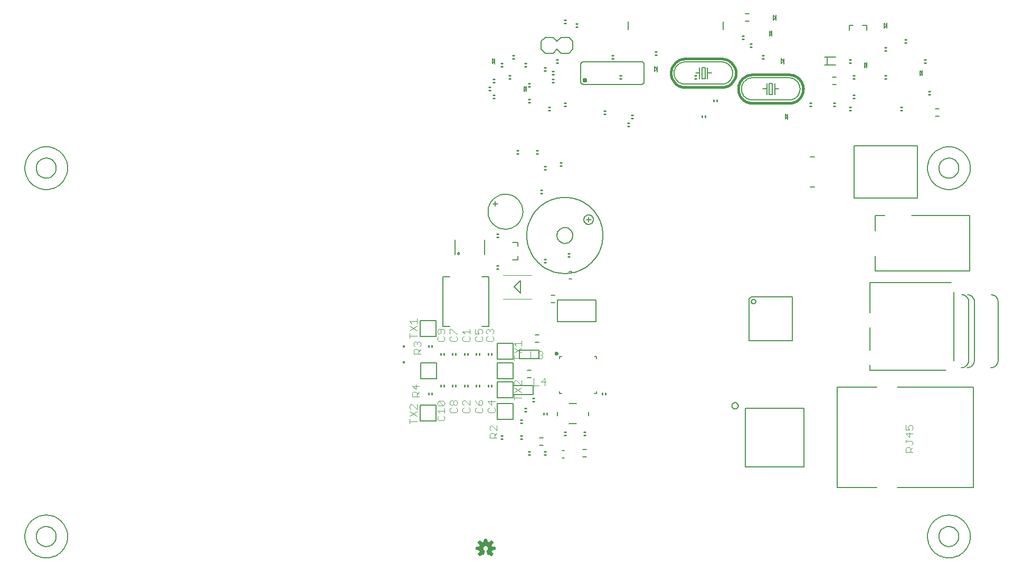
<source format=gto>
G75*
G70*
%OFA0B0*%
%FSLAX24Y24*%
%IPPOS*%
%LPD*%
%AMOC8*
5,1,8,0,0,1.08239X$1,22.5*
%
%ADD10C,0.0040*%
%ADD11C,0.0050*%
%ADD12C,0.0120*%
%ADD13C,0.0060*%
%ADD14C,0.0080*%
%ADD15C,0.0100*%
%ADD16R,0.0118X0.0118*%
%ADD17C,0.0160*%
%ADD18C,0.0070*%
%ADD19C,0.0150*%
%ADD20C,0.0059*%
D10*
X025352Y009280D02*
X025352Y009587D01*
X025352Y009740D02*
X025812Y010047D01*
X025812Y010201D02*
X025505Y010508D01*
X025428Y010508D01*
X025352Y010431D01*
X025352Y010278D01*
X025428Y010201D01*
X025352Y010047D02*
X025812Y009740D01*
X025812Y009433D02*
X025352Y009433D01*
X025812Y010201D02*
X025812Y010508D01*
X025819Y010978D02*
X025819Y011209D01*
X025742Y011285D01*
X025589Y011285D01*
X025512Y011209D01*
X025512Y010978D01*
X025973Y010978D01*
X025819Y011132D02*
X025973Y011285D01*
X025742Y011439D02*
X025742Y011746D01*
X025512Y011669D02*
X025973Y011669D01*
X025742Y011439D02*
X025512Y011669D01*
X027109Y010634D02*
X027186Y010711D01*
X027493Y010404D01*
X027570Y010481D01*
X027570Y010634D01*
X027493Y010711D01*
X027186Y010711D01*
X027109Y010634D02*
X027109Y010481D01*
X027186Y010404D01*
X027493Y010404D01*
X027570Y010250D02*
X027570Y009944D01*
X027570Y010097D02*
X027109Y010097D01*
X027263Y009944D01*
X027186Y009790D02*
X027109Y009713D01*
X027109Y009560D01*
X027186Y009483D01*
X027493Y009483D01*
X027570Y009560D01*
X027570Y009713D01*
X027493Y009790D01*
X027908Y010058D02*
X027908Y010212D01*
X027984Y010289D01*
X027984Y010442D02*
X028061Y010442D01*
X028138Y010519D01*
X028138Y010672D01*
X028214Y010749D01*
X028291Y010749D01*
X028368Y010672D01*
X028368Y010519D01*
X028291Y010442D01*
X028214Y010442D01*
X028138Y010519D01*
X028138Y010672D02*
X028061Y010749D01*
X027984Y010749D01*
X027908Y010672D01*
X027908Y010519D01*
X027984Y010442D01*
X028291Y010289D02*
X028368Y010212D01*
X028368Y010058D01*
X028291Y009982D01*
X027984Y009982D01*
X027908Y010058D01*
X028706Y010058D02*
X028706Y010212D01*
X028783Y010289D01*
X028783Y010442D02*
X028706Y010519D01*
X028706Y010672D01*
X028783Y010749D01*
X028859Y010749D01*
X029166Y010442D01*
X029166Y010749D01*
X029504Y010749D02*
X029581Y010595D01*
X029735Y010442D01*
X029735Y010672D01*
X029811Y010749D01*
X029888Y010749D01*
X029965Y010672D01*
X029965Y010519D01*
X029888Y010442D01*
X029735Y010442D01*
X029888Y010289D02*
X029965Y010212D01*
X029965Y010058D01*
X029888Y009982D01*
X029581Y009982D01*
X029504Y010058D01*
X029504Y010212D01*
X029581Y010289D01*
X029166Y010212D02*
X029166Y010058D01*
X029090Y009982D01*
X028783Y009982D01*
X028706Y010058D01*
X029090Y010289D02*
X029166Y010212D01*
X030303Y010212D02*
X030303Y010058D01*
X030380Y009982D01*
X030686Y009982D01*
X030763Y010058D01*
X030763Y010212D01*
X030686Y010289D01*
X030533Y010442D02*
X030533Y010749D01*
X030303Y010672D02*
X030533Y010442D01*
X030380Y010289D02*
X030303Y010212D01*
X030303Y010672D02*
X030763Y010672D01*
X031952Y010780D02*
X031952Y011087D01*
X031952Y011240D02*
X032412Y011547D01*
X032412Y011701D02*
X032105Y012008D01*
X032028Y012008D01*
X031952Y011931D01*
X031952Y011778D01*
X032028Y011701D01*
X031952Y011547D02*
X032412Y011240D01*
X032412Y010933D02*
X031952Y010933D01*
X032412Y011701D02*
X032412Y012008D01*
X033208Y012140D02*
X033208Y011680D01*
X033515Y011680D01*
X033668Y011910D02*
X033975Y011910D01*
X033899Y011680D02*
X033899Y012140D01*
X033668Y011910D01*
X033699Y013380D02*
X033545Y013380D01*
X033468Y013457D01*
X033315Y013380D02*
X033008Y013380D01*
X033008Y013840D01*
X033468Y013764D02*
X033545Y013840D01*
X033699Y013840D01*
X033775Y013764D01*
X033775Y013687D01*
X033699Y013610D01*
X033775Y013533D01*
X033775Y013457D01*
X033699Y013380D01*
X033699Y013610D02*
X033622Y013610D01*
X032412Y013740D02*
X031952Y014047D01*
X032105Y014201D02*
X031952Y014354D01*
X032412Y014354D01*
X032412Y014201D02*
X032412Y014508D01*
X032412Y014047D02*
X031952Y013740D01*
X031952Y013587D02*
X031952Y013280D01*
X031952Y013433D02*
X032412Y013433D01*
X030665Y014554D02*
X030665Y014707D01*
X030588Y014784D01*
X030588Y014937D02*
X030665Y015014D01*
X030665Y015167D01*
X030588Y015244D01*
X030511Y015244D01*
X030435Y015167D01*
X030435Y015091D01*
X030435Y015167D02*
X030358Y015244D01*
X030281Y015244D01*
X030204Y015167D01*
X030204Y015014D01*
X030281Y014937D01*
X030281Y014784D02*
X030204Y014707D01*
X030204Y014554D01*
X030281Y014477D01*
X030588Y014477D01*
X030665Y014554D01*
X029965Y014554D02*
X029965Y014707D01*
X029888Y014784D01*
X029888Y014937D02*
X029965Y015014D01*
X029965Y015167D01*
X029888Y015244D01*
X029735Y015244D01*
X029658Y015167D01*
X029658Y015091D01*
X029735Y014937D01*
X029504Y014937D01*
X029504Y015244D01*
X029165Y015244D02*
X029165Y014937D01*
X029165Y015091D02*
X028704Y015091D01*
X028858Y014937D01*
X028781Y014784D02*
X028704Y014707D01*
X028704Y014554D01*
X028781Y014477D01*
X029088Y014477D01*
X029165Y014554D01*
X029165Y014707D01*
X029088Y014784D01*
X029504Y014707D02*
X029504Y014554D01*
X029581Y014477D01*
X029888Y014477D01*
X029965Y014554D01*
X029581Y014784D02*
X029504Y014707D01*
X028368Y014707D02*
X028291Y014784D01*
X028368Y014707D02*
X028368Y014554D01*
X028291Y014477D01*
X027984Y014477D01*
X027908Y014554D01*
X027908Y014707D01*
X027984Y014784D01*
X027908Y014937D02*
X027908Y015244D01*
X027984Y015244D01*
X028291Y014937D01*
X028368Y014937D01*
X027570Y015014D02*
X027570Y015167D01*
X027493Y015244D01*
X027186Y015244D01*
X027109Y015167D01*
X027109Y015014D01*
X027186Y014937D01*
X027263Y014937D01*
X027339Y015014D01*
X027339Y015244D01*
X027570Y015014D02*
X027493Y014937D01*
X027493Y014784D02*
X027570Y014707D01*
X027570Y014554D01*
X027493Y014477D01*
X027186Y014477D01*
X027109Y014554D01*
X027109Y014707D01*
X027186Y014784D01*
X026071Y014372D02*
X026071Y014219D01*
X025994Y014142D01*
X026071Y013989D02*
X025918Y013835D01*
X025918Y013912D02*
X025918Y013682D01*
X026071Y013682D02*
X025611Y013682D01*
X025611Y013912D01*
X025687Y013989D01*
X025841Y013989D01*
X025918Y013912D01*
X025687Y014142D02*
X025611Y014219D01*
X025611Y014372D01*
X025687Y014449D01*
X025764Y014449D01*
X025841Y014372D01*
X025918Y014449D01*
X025994Y014449D01*
X026071Y014372D01*
X025841Y014372D02*
X025841Y014295D01*
X025352Y014680D02*
X025352Y014987D01*
X025352Y015140D02*
X025812Y015447D01*
X025812Y015601D02*
X025812Y015908D01*
X025812Y015754D02*
X025352Y015754D01*
X025505Y015601D01*
X025352Y015447D02*
X025812Y015140D01*
X025812Y014833D02*
X025352Y014833D01*
X031270Y017160D02*
X033050Y017160D01*
X033050Y018660D02*
X031270Y018660D01*
X030870Y009149D02*
X030870Y008842D01*
X030563Y009149D01*
X030486Y009149D01*
X030409Y009072D01*
X030409Y008919D01*
X030486Y008842D01*
X030486Y008689D02*
X030639Y008689D01*
X030716Y008612D01*
X030716Y008382D01*
X030716Y008535D02*
X030870Y008689D01*
X030870Y008382D02*
X030409Y008382D01*
X030409Y008612D01*
X030486Y008689D01*
X056680Y008639D02*
X056910Y008409D01*
X056910Y008716D01*
X056910Y008870D02*
X056833Y009023D01*
X056833Y009100D01*
X056910Y009177D01*
X057063Y009177D01*
X057140Y009100D01*
X057140Y008946D01*
X057063Y008870D01*
X056910Y008870D02*
X056680Y008870D01*
X056680Y009177D01*
X056680Y008639D02*
X057140Y008639D01*
X057063Y008179D02*
X056680Y008179D01*
X056680Y008102D02*
X056680Y008256D01*
X057063Y008179D02*
X057140Y008102D01*
X057140Y008026D01*
X057063Y007949D01*
X057140Y007795D02*
X056987Y007642D01*
X056987Y007719D02*
X056987Y007488D01*
X057140Y007488D02*
X056680Y007488D01*
X056680Y007719D01*
X056756Y007795D01*
X056910Y007795D01*
X056987Y007719D01*
D11*
X059220Y012660D02*
X054426Y012660D01*
X054426Y012984D01*
X054426Y013910D02*
X054426Y015359D01*
X054426Y016285D02*
X054426Y018172D01*
X059558Y018172D01*
X059741Y017586D02*
X059741Y013267D01*
X060197Y012818D02*
X060238Y012820D01*
X060279Y012825D01*
X060319Y012834D01*
X060358Y012846D01*
X060396Y012862D01*
X060433Y012881D01*
X060468Y012903D01*
X060500Y012928D01*
X060531Y012956D01*
X060559Y012987D01*
X060584Y013019D01*
X060606Y013054D01*
X060625Y013091D01*
X060641Y013129D01*
X060653Y013168D01*
X060662Y013208D01*
X060667Y013249D01*
X060669Y013290D01*
X060670Y013290D02*
X060670Y016912D01*
X061024Y016912D02*
X061026Y016953D01*
X061024Y016994D01*
X061018Y017035D01*
X061009Y017076D01*
X060997Y017115D01*
X060981Y017153D01*
X060962Y017190D01*
X060939Y017224D01*
X060914Y017257D01*
X060886Y017288D01*
X060855Y017315D01*
X060822Y017340D01*
X060787Y017362D01*
X060751Y017381D01*
X060712Y017397D01*
X060673Y017409D01*
X060632Y017418D01*
X060591Y017423D01*
X060236Y017423D02*
X060277Y017418D01*
X060318Y017409D01*
X060357Y017397D01*
X060396Y017381D01*
X060432Y017362D01*
X060467Y017340D01*
X060500Y017315D01*
X060531Y017288D01*
X060559Y017257D01*
X060584Y017224D01*
X060607Y017190D01*
X060626Y017153D01*
X060642Y017115D01*
X060654Y017076D01*
X060663Y017035D01*
X060669Y016994D01*
X060671Y016953D01*
X060669Y016912D01*
X061024Y016912D02*
X061024Y013290D01*
X061022Y013249D01*
X061017Y013208D01*
X061008Y013168D01*
X060996Y013129D01*
X060980Y013091D01*
X060961Y013054D01*
X060939Y013019D01*
X060914Y012987D01*
X060886Y012956D01*
X060855Y012928D01*
X060823Y012903D01*
X060788Y012881D01*
X060751Y012862D01*
X060713Y012846D01*
X060674Y012834D01*
X060634Y012825D01*
X060593Y012820D01*
X060552Y012818D01*
X062048Y012818D02*
X062089Y012820D01*
X062130Y012825D01*
X062170Y012834D01*
X062209Y012846D01*
X062247Y012862D01*
X062284Y012881D01*
X062319Y012903D01*
X062351Y012928D01*
X062382Y012956D01*
X062410Y012987D01*
X062435Y013019D01*
X062457Y013054D01*
X062476Y013091D01*
X062492Y013129D01*
X062504Y013168D01*
X062513Y013208D01*
X062518Y013249D01*
X062520Y013290D01*
X062520Y016912D01*
X062522Y016953D01*
X062520Y016994D01*
X062514Y017035D01*
X062505Y017076D01*
X062493Y017115D01*
X062477Y017153D01*
X062458Y017190D01*
X062435Y017224D01*
X062410Y017257D01*
X062382Y017288D01*
X062351Y017315D01*
X062318Y017340D01*
X062283Y017362D01*
X062247Y017381D01*
X062208Y017397D01*
X062169Y017409D01*
X062128Y017418D01*
X062087Y017423D01*
X060710Y018910D02*
X060710Y022410D01*
X057048Y022410D01*
X055373Y022410D02*
X054760Y022410D01*
X054760Y021460D01*
X054760Y019860D02*
X054760Y018910D01*
X060710Y018910D01*
X045710Y010410D02*
X045712Y010438D01*
X045718Y010465D01*
X045727Y010491D01*
X045740Y010516D01*
X045757Y010539D01*
X045776Y010559D01*
X045798Y010576D01*
X045822Y010590D01*
X045848Y010600D01*
X045875Y010607D01*
X045903Y010610D01*
X045931Y010609D01*
X045958Y010604D01*
X045985Y010595D01*
X046010Y010583D01*
X046033Y010568D01*
X046054Y010549D01*
X046072Y010528D01*
X046087Y010504D01*
X046098Y010478D01*
X046106Y010452D01*
X046110Y010424D01*
X046110Y010396D01*
X046106Y010368D01*
X046098Y010342D01*
X046087Y010316D01*
X046072Y010292D01*
X046054Y010271D01*
X046033Y010252D01*
X046010Y010237D01*
X045985Y010225D01*
X045958Y010216D01*
X045931Y010211D01*
X045903Y010210D01*
X045875Y010213D01*
X045848Y010220D01*
X045822Y010230D01*
X045798Y010244D01*
X045776Y010261D01*
X045757Y010281D01*
X045740Y010304D01*
X045727Y010329D01*
X045718Y010355D01*
X045712Y010382D01*
X045710Y010410D01*
X037162Y011191D02*
X037039Y011191D01*
X037162Y011191D02*
X037162Y011314D01*
X034962Y011191D02*
X034839Y011191D01*
X034839Y011314D01*
X033165Y011134D02*
X031905Y011134D01*
X031905Y011686D01*
X033165Y011686D01*
X033165Y011134D01*
X031888Y010910D02*
X031888Y011910D01*
X030888Y011910D01*
X030888Y010910D01*
X031888Y010910D01*
X031888Y010560D02*
X030888Y010560D01*
X030888Y009560D01*
X031888Y009560D01*
X031888Y010560D01*
X031888Y012131D02*
X030888Y012131D01*
X030888Y013131D01*
X031888Y013131D01*
X031888Y012131D01*
X031888Y013353D02*
X030888Y013353D01*
X030888Y014353D01*
X031888Y014353D01*
X031888Y013353D01*
X032280Y013384D02*
X032280Y013936D01*
X033540Y013936D01*
X033540Y013384D01*
X032280Y013384D01*
X034839Y013391D02*
X034839Y013514D01*
X034962Y013514D01*
X037039Y013514D02*
X037162Y013514D01*
X037162Y013391D01*
X030347Y015404D02*
X029914Y015404D01*
X030347Y015404D02*
X030347Y018554D01*
X029914Y018554D01*
X027906Y018554D02*
X027473Y018554D01*
X027473Y015404D01*
X027906Y015404D01*
X027041Y015803D02*
X027041Y014803D01*
X026041Y014803D01*
X026041Y015803D01*
X027041Y015803D01*
X027043Y013131D02*
X026043Y013131D01*
X026043Y012131D01*
X027043Y012131D01*
X027043Y013131D01*
X027041Y010460D02*
X026041Y010460D01*
X026041Y009460D01*
X027041Y009460D01*
X027041Y010460D01*
D12*
X034577Y013707D02*
X034579Y013720D01*
X034584Y013733D01*
X034593Y013744D01*
X034604Y013751D01*
X034617Y013756D01*
X034630Y013757D01*
X034644Y013754D01*
X034656Y013748D01*
X034666Y013739D01*
X034673Y013727D01*
X034677Y013714D01*
X034677Y013700D01*
X034673Y013687D01*
X034666Y013675D01*
X034656Y013666D01*
X034644Y013660D01*
X034630Y013657D01*
X034617Y013658D01*
X034604Y013663D01*
X034593Y013670D01*
X034584Y013681D01*
X034579Y013694D01*
X034577Y013707D01*
D13*
X033528Y014424D02*
X033292Y014424D01*
X033292Y014896D02*
X033528Y014896D01*
X034680Y015729D02*
X037140Y015729D01*
X037140Y017091D01*
X034680Y017091D01*
X034680Y015729D01*
X034528Y016924D02*
X034292Y016924D01*
X034292Y017396D02*
X034528Y017396D01*
X035430Y018424D02*
X035590Y018424D01*
X035590Y018896D02*
X035430Y018896D01*
X034660Y021160D02*
X034662Y021204D01*
X034668Y021248D01*
X034678Y021291D01*
X034691Y021333D01*
X034708Y021374D01*
X034729Y021413D01*
X034753Y021450D01*
X034780Y021485D01*
X034810Y021517D01*
X034843Y021547D01*
X034879Y021573D01*
X034916Y021597D01*
X034956Y021616D01*
X034997Y021633D01*
X035040Y021645D01*
X035083Y021654D01*
X035127Y021659D01*
X035171Y021660D01*
X035215Y021657D01*
X035259Y021650D01*
X035302Y021639D01*
X035344Y021625D01*
X035384Y021607D01*
X035423Y021585D01*
X035459Y021561D01*
X035493Y021533D01*
X035525Y021502D01*
X035554Y021468D01*
X035580Y021432D01*
X035602Y021394D01*
X035621Y021354D01*
X035636Y021312D01*
X035648Y021270D01*
X035656Y021226D01*
X035660Y021182D01*
X035660Y021138D01*
X035656Y021094D01*
X035648Y021050D01*
X035636Y021008D01*
X035621Y020966D01*
X035602Y020926D01*
X035580Y020888D01*
X035554Y020852D01*
X035525Y020818D01*
X035493Y020787D01*
X035459Y020759D01*
X035423Y020735D01*
X035384Y020713D01*
X035344Y020695D01*
X035302Y020681D01*
X035259Y020670D01*
X035215Y020663D01*
X035171Y020660D01*
X035127Y020661D01*
X035083Y020666D01*
X035040Y020675D01*
X034997Y020687D01*
X034956Y020704D01*
X034916Y020723D01*
X034879Y020747D01*
X034843Y020773D01*
X034810Y020803D01*
X034780Y020835D01*
X034753Y020870D01*
X034729Y020907D01*
X034708Y020946D01*
X034691Y020987D01*
X034678Y021029D01*
X034668Y021072D01*
X034662Y021116D01*
X034660Y021160D01*
X032760Y021160D02*
X032763Y021278D01*
X032772Y021395D01*
X032786Y021512D01*
X032806Y021628D01*
X032832Y021743D01*
X032863Y021857D01*
X032900Y021969D01*
X032943Y022078D01*
X032990Y022186D01*
X033043Y022291D01*
X033101Y022394D01*
X033164Y022493D01*
X033232Y022590D01*
X033305Y022683D01*
X033382Y022772D01*
X033463Y022857D01*
X033548Y022938D01*
X033637Y023015D01*
X033730Y023088D01*
X033827Y023156D01*
X033926Y023219D01*
X034029Y023277D01*
X034134Y023330D01*
X034242Y023377D01*
X034351Y023420D01*
X034463Y023457D01*
X034577Y023488D01*
X034692Y023514D01*
X034808Y023534D01*
X034925Y023548D01*
X035042Y023557D01*
X035160Y023560D01*
X035278Y023557D01*
X035395Y023548D01*
X035512Y023534D01*
X035628Y023514D01*
X035743Y023488D01*
X035857Y023457D01*
X035969Y023420D01*
X036078Y023377D01*
X036186Y023330D01*
X036291Y023277D01*
X036394Y023219D01*
X036493Y023156D01*
X036590Y023088D01*
X036683Y023015D01*
X036772Y022938D01*
X036857Y022857D01*
X036938Y022772D01*
X037015Y022683D01*
X037088Y022590D01*
X037156Y022493D01*
X037219Y022394D01*
X037277Y022291D01*
X037330Y022186D01*
X037377Y022078D01*
X037420Y021969D01*
X037457Y021857D01*
X037488Y021743D01*
X037514Y021628D01*
X037534Y021512D01*
X037548Y021395D01*
X037557Y021278D01*
X037560Y021160D01*
X037557Y021042D01*
X037548Y020925D01*
X037534Y020808D01*
X037514Y020692D01*
X037488Y020577D01*
X037457Y020463D01*
X037420Y020351D01*
X037377Y020242D01*
X037330Y020134D01*
X037277Y020029D01*
X037219Y019926D01*
X037156Y019827D01*
X037088Y019730D01*
X037015Y019637D01*
X036938Y019548D01*
X036857Y019463D01*
X036772Y019382D01*
X036683Y019305D01*
X036590Y019232D01*
X036493Y019164D01*
X036394Y019101D01*
X036291Y019043D01*
X036186Y018990D01*
X036078Y018943D01*
X035969Y018900D01*
X035857Y018863D01*
X035743Y018832D01*
X035628Y018806D01*
X035512Y018786D01*
X035395Y018772D01*
X035278Y018763D01*
X035160Y018760D01*
X035042Y018763D01*
X034925Y018772D01*
X034808Y018786D01*
X034692Y018806D01*
X034577Y018832D01*
X034463Y018863D01*
X034351Y018900D01*
X034242Y018943D01*
X034134Y018990D01*
X034029Y019043D01*
X033926Y019101D01*
X033827Y019164D01*
X033730Y019232D01*
X033637Y019305D01*
X033548Y019382D01*
X033463Y019463D01*
X033382Y019548D01*
X033305Y019637D01*
X033232Y019730D01*
X033164Y019827D01*
X033101Y019926D01*
X033043Y020029D01*
X032990Y020134D01*
X032943Y020242D01*
X032900Y020351D01*
X032863Y020463D01*
X032832Y020577D01*
X032806Y020692D01*
X032786Y020808D01*
X032772Y020925D01*
X032763Y021042D01*
X032760Y021160D01*
X030310Y022660D02*
X030312Y022726D01*
X030318Y022791D01*
X030328Y022856D01*
X030341Y022921D01*
X030359Y022984D01*
X030380Y023047D01*
X030405Y023107D01*
X030434Y023167D01*
X030466Y023224D01*
X030501Y023280D01*
X030540Y023333D01*
X030582Y023384D01*
X030626Y023432D01*
X030674Y023477D01*
X030724Y023520D01*
X030777Y023559D01*
X030832Y023596D01*
X030889Y023629D01*
X030948Y023658D01*
X031008Y023684D01*
X031070Y023706D01*
X031133Y023725D01*
X031197Y023739D01*
X031262Y023750D01*
X031328Y023757D01*
X031394Y023760D01*
X031459Y023759D01*
X031525Y023754D01*
X031590Y023745D01*
X031655Y023732D01*
X031718Y023716D01*
X031781Y023696D01*
X031842Y023671D01*
X031902Y023644D01*
X031960Y023613D01*
X032016Y023578D01*
X032070Y023540D01*
X032121Y023499D01*
X032170Y023455D01*
X032216Y023408D01*
X032260Y023359D01*
X032300Y023307D01*
X032337Y023252D01*
X032371Y023196D01*
X032401Y023137D01*
X032428Y023077D01*
X032451Y023016D01*
X032470Y022953D01*
X032486Y022889D01*
X032498Y022824D01*
X032506Y022759D01*
X032510Y022693D01*
X032510Y022627D01*
X032506Y022561D01*
X032498Y022496D01*
X032486Y022431D01*
X032470Y022367D01*
X032451Y022304D01*
X032428Y022243D01*
X032401Y022183D01*
X032371Y022124D01*
X032337Y022068D01*
X032300Y022013D01*
X032260Y021961D01*
X032216Y021912D01*
X032170Y021865D01*
X032121Y021821D01*
X032070Y021780D01*
X032016Y021742D01*
X031960Y021707D01*
X031902Y021676D01*
X031842Y021649D01*
X031781Y021624D01*
X031718Y021604D01*
X031655Y021588D01*
X031590Y021575D01*
X031525Y021566D01*
X031459Y021561D01*
X031394Y021560D01*
X031328Y021563D01*
X031262Y021570D01*
X031197Y021581D01*
X031133Y021595D01*
X031070Y021614D01*
X031008Y021636D01*
X030948Y021662D01*
X030889Y021691D01*
X030832Y021724D01*
X030777Y021761D01*
X030724Y021800D01*
X030674Y021843D01*
X030626Y021888D01*
X030582Y021936D01*
X030540Y021987D01*
X030501Y022040D01*
X030466Y022096D01*
X030434Y022153D01*
X030405Y022213D01*
X030380Y022273D01*
X030359Y022336D01*
X030341Y022399D01*
X030328Y022464D01*
X030318Y022529D01*
X030312Y022594D01*
X030310Y022660D01*
X030760Y023010D02*
X030760Y023160D01*
X030760Y023310D01*
X030760Y023160D02*
X030910Y023160D01*
X030760Y023160D02*
X030610Y023160D01*
X030090Y020870D02*
X030090Y019950D01*
X028230Y019950D02*
X028230Y020870D01*
X036510Y022160D02*
X036810Y022160D01*
X036360Y022160D02*
X036362Y022194D01*
X036368Y022228D01*
X036377Y022261D01*
X036391Y022292D01*
X036408Y022322D01*
X036428Y022350D01*
X036451Y022375D01*
X036477Y022398D01*
X036505Y022417D01*
X036535Y022433D01*
X036567Y022445D01*
X036600Y022454D01*
X036634Y022459D01*
X036669Y022460D01*
X036703Y022457D01*
X036736Y022450D01*
X036769Y022440D01*
X036800Y022425D01*
X036829Y022408D01*
X036856Y022387D01*
X036881Y022363D01*
X036903Y022336D01*
X036921Y022308D01*
X036936Y022277D01*
X036948Y022245D01*
X036956Y022211D01*
X036960Y022177D01*
X036960Y022143D01*
X036956Y022109D01*
X036948Y022075D01*
X036936Y022043D01*
X036921Y022012D01*
X036903Y021984D01*
X036881Y021957D01*
X036856Y021933D01*
X036829Y021912D01*
X036800Y021895D01*
X036769Y021880D01*
X036736Y021870D01*
X036703Y021863D01*
X036669Y021860D01*
X036634Y021861D01*
X036600Y021866D01*
X036567Y021875D01*
X036535Y021887D01*
X036505Y021903D01*
X036477Y021922D01*
X036451Y021945D01*
X036428Y021970D01*
X036408Y021998D01*
X036391Y022028D01*
X036377Y022059D01*
X036368Y022092D01*
X036362Y022126D01*
X036360Y022160D01*
X036660Y022010D02*
X036660Y022310D01*
X046780Y017150D02*
X046920Y017290D01*
X049540Y017290D01*
X049540Y014530D01*
X046780Y014530D01*
X046780Y017150D01*
X046939Y016990D02*
X046941Y017013D01*
X046947Y017036D01*
X046956Y017057D01*
X046969Y017077D01*
X046985Y017094D01*
X047003Y017108D01*
X047023Y017119D01*
X047045Y017127D01*
X047068Y017131D01*
X047092Y017131D01*
X047115Y017127D01*
X047137Y017119D01*
X047157Y017108D01*
X047175Y017094D01*
X047191Y017077D01*
X047204Y017057D01*
X047213Y017036D01*
X047219Y017013D01*
X047221Y016990D01*
X047219Y016967D01*
X047213Y016944D01*
X047204Y016923D01*
X047191Y016903D01*
X047175Y016886D01*
X047157Y016872D01*
X047137Y016861D01*
X047115Y016853D01*
X047092Y016849D01*
X047068Y016849D01*
X047045Y016853D01*
X047023Y016861D01*
X047003Y016872D01*
X046985Y016886D01*
X046969Y016903D01*
X046956Y016923D01*
X046947Y016944D01*
X046941Y016967D01*
X046939Y016990D01*
X053410Y023510D02*
X053410Y026810D01*
X057410Y026810D01*
X057410Y023510D01*
X053410Y023510D01*
X058060Y025410D02*
X058062Y025483D01*
X058068Y025556D01*
X058078Y025628D01*
X058092Y025700D01*
X058109Y025771D01*
X058131Y025841D01*
X058156Y025910D01*
X058185Y025977D01*
X058217Y026042D01*
X058253Y026106D01*
X058293Y026168D01*
X058335Y026227D01*
X058381Y026284D01*
X058430Y026338D01*
X058482Y026390D01*
X058536Y026439D01*
X058593Y026485D01*
X058652Y026527D01*
X058714Y026567D01*
X058778Y026603D01*
X058843Y026635D01*
X058910Y026664D01*
X058979Y026689D01*
X059049Y026711D01*
X059120Y026728D01*
X059192Y026742D01*
X059264Y026752D01*
X059337Y026758D01*
X059410Y026760D01*
X059483Y026758D01*
X059556Y026752D01*
X059628Y026742D01*
X059700Y026728D01*
X059771Y026711D01*
X059841Y026689D01*
X059910Y026664D01*
X059977Y026635D01*
X060042Y026603D01*
X060106Y026567D01*
X060168Y026527D01*
X060227Y026485D01*
X060284Y026439D01*
X060338Y026390D01*
X060390Y026338D01*
X060439Y026284D01*
X060485Y026227D01*
X060527Y026168D01*
X060567Y026106D01*
X060603Y026042D01*
X060635Y025977D01*
X060664Y025910D01*
X060689Y025841D01*
X060711Y025771D01*
X060728Y025700D01*
X060742Y025628D01*
X060752Y025556D01*
X060758Y025483D01*
X060760Y025410D01*
X060758Y025337D01*
X060752Y025264D01*
X060742Y025192D01*
X060728Y025120D01*
X060711Y025049D01*
X060689Y024979D01*
X060664Y024910D01*
X060635Y024843D01*
X060603Y024778D01*
X060567Y024714D01*
X060527Y024652D01*
X060485Y024593D01*
X060439Y024536D01*
X060390Y024482D01*
X060338Y024430D01*
X060284Y024381D01*
X060227Y024335D01*
X060168Y024293D01*
X060106Y024253D01*
X060042Y024217D01*
X059977Y024185D01*
X059910Y024156D01*
X059841Y024131D01*
X059771Y024109D01*
X059700Y024092D01*
X059628Y024078D01*
X059556Y024068D01*
X059483Y024062D01*
X059410Y024060D01*
X059337Y024062D01*
X059264Y024068D01*
X059192Y024078D01*
X059120Y024092D01*
X059049Y024109D01*
X058979Y024131D01*
X058910Y024156D01*
X058843Y024185D01*
X058778Y024217D01*
X058714Y024253D01*
X058652Y024293D01*
X058593Y024335D01*
X058536Y024381D01*
X058482Y024430D01*
X058430Y024482D01*
X058381Y024536D01*
X058335Y024593D01*
X058293Y024652D01*
X058253Y024714D01*
X058217Y024778D01*
X058185Y024843D01*
X058156Y024910D01*
X058131Y024979D01*
X058109Y025049D01*
X058092Y025120D01*
X058078Y025192D01*
X058068Y025264D01*
X058062Y025337D01*
X058060Y025410D01*
X058542Y028674D02*
X058778Y028674D01*
X058778Y029146D02*
X058542Y029146D01*
X052278Y030674D02*
X052042Y030674D01*
X052042Y031146D02*
X052278Y031146D01*
X049310Y031110D02*
X047010Y031110D01*
X046959Y031108D01*
X046908Y031103D01*
X046858Y031093D01*
X046808Y031080D01*
X046760Y031064D01*
X046713Y031044D01*
X046667Y031020D01*
X046624Y030994D01*
X046582Y030964D01*
X046543Y030931D01*
X046506Y030896D01*
X046472Y030858D01*
X046441Y030817D01*
X046412Y030775D01*
X046387Y030730D01*
X046366Y030684D01*
X046347Y030636D01*
X046333Y030587D01*
X046322Y030537D01*
X046314Y030487D01*
X046310Y030436D01*
X046310Y030384D01*
X046314Y030333D01*
X046322Y030283D01*
X046333Y030233D01*
X046347Y030184D01*
X046366Y030136D01*
X046387Y030090D01*
X046412Y030045D01*
X046441Y030003D01*
X046472Y029962D01*
X046506Y029924D01*
X046543Y029889D01*
X046582Y029856D01*
X046624Y029826D01*
X046667Y029800D01*
X046713Y029776D01*
X046760Y029756D01*
X046808Y029740D01*
X046858Y029727D01*
X046908Y029717D01*
X046959Y029712D01*
X047010Y029710D01*
X049310Y029710D01*
X048410Y030060D02*
X048410Y030410D01*
X048660Y030410D01*
X048410Y030410D02*
X048410Y030760D01*
X048260Y030760D02*
X048260Y030060D01*
X048060Y030060D01*
X048060Y030760D01*
X048260Y030760D01*
X047910Y030760D02*
X047910Y030410D01*
X047660Y030410D01*
X047910Y030410D02*
X047910Y030060D01*
X049310Y029710D02*
X049361Y029712D01*
X049412Y029717D01*
X049462Y029727D01*
X049512Y029740D01*
X049560Y029756D01*
X049607Y029776D01*
X049653Y029800D01*
X049696Y029826D01*
X049738Y029856D01*
X049777Y029889D01*
X049814Y029924D01*
X049848Y029962D01*
X049879Y030003D01*
X049908Y030045D01*
X049933Y030090D01*
X049954Y030136D01*
X049973Y030184D01*
X049987Y030233D01*
X049998Y030283D01*
X050006Y030333D01*
X050010Y030384D01*
X050010Y030436D01*
X050006Y030487D01*
X049998Y030537D01*
X049987Y030587D01*
X049973Y030636D01*
X049954Y030684D01*
X049933Y030730D01*
X049908Y030775D01*
X049879Y030817D01*
X049848Y030858D01*
X049814Y030896D01*
X049777Y030931D01*
X049738Y030964D01*
X049696Y030994D01*
X049653Y031020D01*
X049607Y031044D01*
X049560Y031064D01*
X049512Y031080D01*
X049462Y031093D01*
X049412Y031103D01*
X049361Y031108D01*
X049310Y031110D01*
X045060Y030710D02*
X045111Y030712D01*
X045162Y030717D01*
X045212Y030727D01*
X045262Y030740D01*
X045310Y030756D01*
X045357Y030776D01*
X045403Y030800D01*
X045446Y030826D01*
X045488Y030856D01*
X045527Y030889D01*
X045564Y030924D01*
X045598Y030962D01*
X045629Y031003D01*
X045658Y031045D01*
X045683Y031090D01*
X045704Y031136D01*
X045723Y031184D01*
X045737Y031233D01*
X045748Y031283D01*
X045756Y031333D01*
X045760Y031384D01*
X045760Y031436D01*
X045756Y031487D01*
X045748Y031537D01*
X045737Y031587D01*
X045723Y031636D01*
X045704Y031684D01*
X045683Y031730D01*
X045658Y031775D01*
X045629Y031817D01*
X045598Y031858D01*
X045564Y031896D01*
X045527Y031931D01*
X045488Y031964D01*
X045446Y031994D01*
X045403Y032020D01*
X045357Y032044D01*
X045310Y032064D01*
X045262Y032080D01*
X045212Y032093D01*
X045162Y032103D01*
X045111Y032108D01*
X045060Y032110D01*
X042760Y032110D01*
X043660Y031760D02*
X043660Y031410D01*
X043410Y031410D01*
X043660Y031410D02*
X043660Y031060D01*
X043810Y031060D02*
X043810Y031760D01*
X044010Y031760D01*
X044010Y031060D01*
X043810Y031060D01*
X044160Y031060D02*
X044160Y031410D01*
X044410Y031410D01*
X044160Y031410D02*
X044160Y031760D01*
X042760Y032110D02*
X042709Y032108D01*
X042658Y032103D01*
X042608Y032093D01*
X042558Y032080D01*
X042510Y032064D01*
X042463Y032044D01*
X042417Y032020D01*
X042374Y031994D01*
X042332Y031964D01*
X042293Y031931D01*
X042256Y031896D01*
X042222Y031858D01*
X042191Y031817D01*
X042162Y031775D01*
X042137Y031730D01*
X042116Y031684D01*
X042097Y031636D01*
X042083Y031587D01*
X042072Y031537D01*
X042064Y031487D01*
X042060Y031436D01*
X042060Y031384D01*
X042064Y031333D01*
X042072Y031283D01*
X042083Y031233D01*
X042097Y031184D01*
X042116Y031136D01*
X042137Y031090D01*
X042162Y031045D01*
X042191Y031003D01*
X042222Y030962D01*
X042256Y030924D01*
X042293Y030889D01*
X042332Y030856D01*
X042374Y030826D01*
X042417Y030800D01*
X042463Y030776D01*
X042510Y030756D01*
X042558Y030740D01*
X042608Y030727D01*
X042658Y030717D01*
X042709Y030712D01*
X042760Y030710D01*
X045060Y030710D01*
X040160Y030852D02*
X040160Y031967D01*
X040158Y031990D01*
X040153Y032013D01*
X040144Y032035D01*
X040131Y032055D01*
X040116Y032073D01*
X040098Y032088D01*
X040078Y032101D01*
X040056Y032110D01*
X040033Y032115D01*
X040010Y032117D01*
X036310Y032118D01*
X036287Y032116D01*
X036264Y032111D01*
X036242Y032102D01*
X036222Y032089D01*
X036204Y032074D01*
X036189Y032056D01*
X036176Y032036D01*
X036167Y032014D01*
X036162Y031991D01*
X036160Y031968D01*
X036160Y030852D01*
X036162Y030829D01*
X036167Y030806D01*
X036176Y030784D01*
X036189Y030764D01*
X036204Y030746D01*
X036222Y030731D01*
X036242Y030718D01*
X036264Y030709D01*
X036287Y030704D01*
X036310Y030702D01*
X040010Y030702D01*
X040033Y030704D01*
X040056Y030709D01*
X040078Y030718D01*
X040098Y030731D01*
X040116Y030746D01*
X040131Y030764D01*
X040144Y030784D01*
X040153Y030806D01*
X040158Y030829D01*
X040160Y030852D01*
X035660Y032910D02*
X035410Y032660D01*
X034910Y032660D01*
X034660Y032910D01*
X034410Y032660D01*
X033910Y032660D01*
X033660Y032910D01*
X033660Y033410D01*
X033910Y033660D01*
X034410Y033660D01*
X034660Y033410D01*
X034910Y033660D01*
X035410Y033660D01*
X035660Y033410D01*
X035660Y032910D01*
X046542Y034674D02*
X046778Y034674D01*
X046778Y035146D02*
X046542Y035146D01*
X033028Y012646D02*
X032792Y012646D01*
X032792Y012174D02*
X033028Y012174D01*
X033542Y008396D02*
X033778Y008396D01*
X033778Y007924D02*
X033542Y007924D01*
X034980Y007596D02*
X035140Y007596D01*
X035140Y007124D02*
X034980Y007124D01*
X036292Y007174D02*
X036528Y007174D01*
X036528Y007646D02*
X036292Y007646D01*
X058060Y002160D02*
X058062Y002233D01*
X058068Y002306D01*
X058078Y002378D01*
X058092Y002450D01*
X058109Y002521D01*
X058131Y002591D01*
X058156Y002660D01*
X058185Y002727D01*
X058217Y002792D01*
X058253Y002856D01*
X058293Y002918D01*
X058335Y002977D01*
X058381Y003034D01*
X058430Y003088D01*
X058482Y003140D01*
X058536Y003189D01*
X058593Y003235D01*
X058652Y003277D01*
X058714Y003317D01*
X058778Y003353D01*
X058843Y003385D01*
X058910Y003414D01*
X058979Y003439D01*
X059049Y003461D01*
X059120Y003478D01*
X059192Y003492D01*
X059264Y003502D01*
X059337Y003508D01*
X059410Y003510D01*
X059483Y003508D01*
X059556Y003502D01*
X059628Y003492D01*
X059700Y003478D01*
X059771Y003461D01*
X059841Y003439D01*
X059910Y003414D01*
X059977Y003385D01*
X060042Y003353D01*
X060106Y003317D01*
X060168Y003277D01*
X060227Y003235D01*
X060284Y003189D01*
X060338Y003140D01*
X060390Y003088D01*
X060439Y003034D01*
X060485Y002977D01*
X060527Y002918D01*
X060567Y002856D01*
X060603Y002792D01*
X060635Y002727D01*
X060664Y002660D01*
X060689Y002591D01*
X060711Y002521D01*
X060728Y002450D01*
X060742Y002378D01*
X060752Y002306D01*
X060758Y002233D01*
X060760Y002160D01*
X060758Y002087D01*
X060752Y002014D01*
X060742Y001942D01*
X060728Y001870D01*
X060711Y001799D01*
X060689Y001729D01*
X060664Y001660D01*
X060635Y001593D01*
X060603Y001528D01*
X060567Y001464D01*
X060527Y001402D01*
X060485Y001343D01*
X060439Y001286D01*
X060390Y001232D01*
X060338Y001180D01*
X060284Y001131D01*
X060227Y001085D01*
X060168Y001043D01*
X060106Y001003D01*
X060042Y000967D01*
X059977Y000935D01*
X059910Y000906D01*
X059841Y000881D01*
X059771Y000859D01*
X059700Y000842D01*
X059628Y000828D01*
X059556Y000818D01*
X059483Y000812D01*
X059410Y000810D01*
X059337Y000812D01*
X059264Y000818D01*
X059192Y000828D01*
X059120Y000842D01*
X059049Y000859D01*
X058979Y000881D01*
X058910Y000906D01*
X058843Y000935D01*
X058778Y000967D01*
X058714Y001003D01*
X058652Y001043D01*
X058593Y001085D01*
X058536Y001131D01*
X058482Y001180D01*
X058430Y001232D01*
X058381Y001286D01*
X058335Y001343D01*
X058293Y001402D01*
X058253Y001464D01*
X058217Y001528D01*
X058185Y001593D01*
X058156Y001660D01*
X058131Y001729D01*
X058109Y001799D01*
X058092Y001870D01*
X058078Y001942D01*
X058068Y002014D01*
X058062Y002087D01*
X058060Y002160D01*
X001060Y002160D02*
X001062Y002233D01*
X001068Y002306D01*
X001078Y002378D01*
X001092Y002450D01*
X001109Y002521D01*
X001131Y002591D01*
X001156Y002660D01*
X001185Y002727D01*
X001217Y002792D01*
X001253Y002856D01*
X001293Y002918D01*
X001335Y002977D01*
X001381Y003034D01*
X001430Y003088D01*
X001482Y003140D01*
X001536Y003189D01*
X001593Y003235D01*
X001652Y003277D01*
X001714Y003317D01*
X001778Y003353D01*
X001843Y003385D01*
X001910Y003414D01*
X001979Y003439D01*
X002049Y003461D01*
X002120Y003478D01*
X002192Y003492D01*
X002264Y003502D01*
X002337Y003508D01*
X002410Y003510D01*
X002483Y003508D01*
X002556Y003502D01*
X002628Y003492D01*
X002700Y003478D01*
X002771Y003461D01*
X002841Y003439D01*
X002910Y003414D01*
X002977Y003385D01*
X003042Y003353D01*
X003106Y003317D01*
X003168Y003277D01*
X003227Y003235D01*
X003284Y003189D01*
X003338Y003140D01*
X003390Y003088D01*
X003439Y003034D01*
X003485Y002977D01*
X003527Y002918D01*
X003567Y002856D01*
X003603Y002792D01*
X003635Y002727D01*
X003664Y002660D01*
X003689Y002591D01*
X003711Y002521D01*
X003728Y002450D01*
X003742Y002378D01*
X003752Y002306D01*
X003758Y002233D01*
X003760Y002160D01*
X003758Y002087D01*
X003752Y002014D01*
X003742Y001942D01*
X003728Y001870D01*
X003711Y001799D01*
X003689Y001729D01*
X003664Y001660D01*
X003635Y001593D01*
X003603Y001528D01*
X003567Y001464D01*
X003527Y001402D01*
X003485Y001343D01*
X003439Y001286D01*
X003390Y001232D01*
X003338Y001180D01*
X003284Y001131D01*
X003227Y001085D01*
X003168Y001043D01*
X003106Y001003D01*
X003042Y000967D01*
X002977Y000935D01*
X002910Y000906D01*
X002841Y000881D01*
X002771Y000859D01*
X002700Y000842D01*
X002628Y000828D01*
X002556Y000818D01*
X002483Y000812D01*
X002410Y000810D01*
X002337Y000812D01*
X002264Y000818D01*
X002192Y000828D01*
X002120Y000842D01*
X002049Y000859D01*
X001979Y000881D01*
X001910Y000906D01*
X001843Y000935D01*
X001778Y000967D01*
X001714Y001003D01*
X001652Y001043D01*
X001593Y001085D01*
X001536Y001131D01*
X001482Y001180D01*
X001430Y001232D01*
X001381Y001286D01*
X001335Y001343D01*
X001293Y001402D01*
X001253Y001464D01*
X001217Y001528D01*
X001185Y001593D01*
X001156Y001660D01*
X001131Y001729D01*
X001109Y001799D01*
X001092Y001870D01*
X001078Y001942D01*
X001068Y002014D01*
X001062Y002087D01*
X001060Y002160D01*
X001060Y025410D02*
X001062Y025483D01*
X001068Y025556D01*
X001078Y025628D01*
X001092Y025700D01*
X001109Y025771D01*
X001131Y025841D01*
X001156Y025910D01*
X001185Y025977D01*
X001217Y026042D01*
X001253Y026106D01*
X001293Y026168D01*
X001335Y026227D01*
X001381Y026284D01*
X001430Y026338D01*
X001482Y026390D01*
X001536Y026439D01*
X001593Y026485D01*
X001652Y026527D01*
X001714Y026567D01*
X001778Y026603D01*
X001843Y026635D01*
X001910Y026664D01*
X001979Y026689D01*
X002049Y026711D01*
X002120Y026728D01*
X002192Y026742D01*
X002264Y026752D01*
X002337Y026758D01*
X002410Y026760D01*
X002483Y026758D01*
X002556Y026752D01*
X002628Y026742D01*
X002700Y026728D01*
X002771Y026711D01*
X002841Y026689D01*
X002910Y026664D01*
X002977Y026635D01*
X003042Y026603D01*
X003106Y026567D01*
X003168Y026527D01*
X003227Y026485D01*
X003284Y026439D01*
X003338Y026390D01*
X003390Y026338D01*
X003439Y026284D01*
X003485Y026227D01*
X003527Y026168D01*
X003567Y026106D01*
X003603Y026042D01*
X003635Y025977D01*
X003664Y025910D01*
X003689Y025841D01*
X003711Y025771D01*
X003728Y025700D01*
X003742Y025628D01*
X003752Y025556D01*
X003758Y025483D01*
X003760Y025410D01*
X003758Y025337D01*
X003752Y025264D01*
X003742Y025192D01*
X003728Y025120D01*
X003711Y025049D01*
X003689Y024979D01*
X003664Y024910D01*
X003635Y024843D01*
X003603Y024778D01*
X003567Y024714D01*
X003527Y024652D01*
X003485Y024593D01*
X003439Y024536D01*
X003390Y024482D01*
X003338Y024430D01*
X003284Y024381D01*
X003227Y024335D01*
X003168Y024293D01*
X003106Y024253D01*
X003042Y024217D01*
X002977Y024185D01*
X002910Y024156D01*
X002841Y024131D01*
X002771Y024109D01*
X002700Y024092D01*
X002628Y024078D01*
X002556Y024068D01*
X002483Y024062D01*
X002410Y024060D01*
X002337Y024062D01*
X002264Y024068D01*
X002192Y024078D01*
X002120Y024092D01*
X002049Y024109D01*
X001979Y024131D01*
X001910Y024156D01*
X001843Y024185D01*
X001778Y024217D01*
X001714Y024253D01*
X001652Y024293D01*
X001593Y024335D01*
X001536Y024381D01*
X001482Y024430D01*
X001430Y024482D01*
X001381Y024536D01*
X001335Y024593D01*
X001293Y024652D01*
X001253Y024714D01*
X001217Y024778D01*
X001185Y024843D01*
X001156Y024910D01*
X001131Y024979D01*
X001109Y025049D01*
X001092Y025120D01*
X001078Y025192D01*
X001068Y025264D01*
X001062Y025337D01*
X001060Y025410D01*
D14*
X001780Y002160D02*
X001782Y002210D01*
X001788Y002260D01*
X001798Y002309D01*
X001812Y002357D01*
X001829Y002404D01*
X001850Y002449D01*
X001875Y002493D01*
X001903Y002534D01*
X001935Y002573D01*
X001969Y002610D01*
X002006Y002644D01*
X002046Y002674D01*
X002088Y002701D01*
X002132Y002725D01*
X002178Y002746D01*
X002225Y002762D01*
X002273Y002775D01*
X002323Y002784D01*
X002372Y002789D01*
X002423Y002790D01*
X002473Y002787D01*
X002522Y002780D01*
X002571Y002769D01*
X002619Y002754D01*
X002665Y002736D01*
X002710Y002714D01*
X002753Y002688D01*
X002794Y002659D01*
X002833Y002627D01*
X002869Y002592D01*
X002901Y002554D01*
X002931Y002514D01*
X002958Y002471D01*
X002981Y002427D01*
X003000Y002381D01*
X003016Y002333D01*
X003028Y002284D01*
X003036Y002235D01*
X003040Y002185D01*
X003040Y002135D01*
X003036Y002085D01*
X003028Y002036D01*
X003016Y001987D01*
X003000Y001939D01*
X002981Y001893D01*
X002958Y001849D01*
X002931Y001806D01*
X002901Y001766D01*
X002869Y001728D01*
X002833Y001693D01*
X002794Y001661D01*
X002753Y001632D01*
X002710Y001606D01*
X002665Y001584D01*
X002619Y001566D01*
X002571Y001551D01*
X002522Y001540D01*
X002473Y001533D01*
X002423Y001530D01*
X002372Y001531D01*
X002323Y001536D01*
X002273Y001545D01*
X002225Y001558D01*
X002178Y001574D01*
X002132Y001595D01*
X002088Y001619D01*
X002046Y001646D01*
X002006Y001676D01*
X001969Y001710D01*
X001935Y001747D01*
X001903Y001786D01*
X001875Y001827D01*
X001850Y001871D01*
X001829Y001916D01*
X001812Y001963D01*
X001798Y002011D01*
X001788Y002060D01*
X001782Y002110D01*
X001780Y002160D01*
X031958Y017910D02*
X032361Y017516D01*
X032361Y018304D01*
X031958Y017910D01*
X031871Y019609D02*
X032186Y019609D01*
X032186Y019845D01*
X032186Y020475D02*
X032186Y020711D01*
X031871Y020711D01*
X028393Y020020D02*
X028395Y020035D01*
X028401Y020048D01*
X028410Y020060D01*
X028421Y020069D01*
X028435Y020075D01*
X028450Y020077D01*
X028465Y020075D01*
X028478Y020069D01*
X028490Y020060D01*
X028499Y020049D01*
X028505Y020035D01*
X028507Y020020D01*
X028505Y020005D01*
X028499Y019992D01*
X028490Y019980D01*
X028479Y019971D01*
X028465Y019965D01*
X028450Y019963D01*
X028435Y019965D01*
X028422Y019971D01*
X028410Y019980D01*
X028401Y019991D01*
X028395Y020005D01*
X028393Y020020D01*
X035424Y010540D02*
X035896Y010540D01*
X036644Y010028D02*
X036644Y009792D01*
X035896Y009280D02*
X035424Y009280D01*
X034676Y009792D02*
X034676Y010028D01*
X046556Y010268D02*
X046556Y006556D01*
X050264Y006556D01*
X050264Y010268D01*
X046556Y010268D01*
X052360Y011580D02*
X054860Y011580D01*
X056160Y011580D02*
X060960Y011580D01*
X060960Y005240D01*
X056160Y005240D01*
X054860Y005240D02*
X052360Y005240D01*
X052360Y011580D01*
X058780Y002160D02*
X058782Y002210D01*
X058788Y002260D01*
X058798Y002309D01*
X058812Y002357D01*
X058829Y002404D01*
X058850Y002449D01*
X058875Y002493D01*
X058903Y002534D01*
X058935Y002573D01*
X058969Y002610D01*
X059006Y002644D01*
X059046Y002674D01*
X059088Y002701D01*
X059132Y002725D01*
X059178Y002746D01*
X059225Y002762D01*
X059273Y002775D01*
X059323Y002784D01*
X059372Y002789D01*
X059423Y002790D01*
X059473Y002787D01*
X059522Y002780D01*
X059571Y002769D01*
X059619Y002754D01*
X059665Y002736D01*
X059710Y002714D01*
X059753Y002688D01*
X059794Y002659D01*
X059833Y002627D01*
X059869Y002592D01*
X059901Y002554D01*
X059931Y002514D01*
X059958Y002471D01*
X059981Y002427D01*
X060000Y002381D01*
X060016Y002333D01*
X060028Y002284D01*
X060036Y002235D01*
X060040Y002185D01*
X060040Y002135D01*
X060036Y002085D01*
X060028Y002036D01*
X060016Y001987D01*
X060000Y001939D01*
X059981Y001893D01*
X059958Y001849D01*
X059931Y001806D01*
X059901Y001766D01*
X059869Y001728D01*
X059833Y001693D01*
X059794Y001661D01*
X059753Y001632D01*
X059710Y001606D01*
X059665Y001584D01*
X059619Y001566D01*
X059571Y001551D01*
X059522Y001540D01*
X059473Y001533D01*
X059423Y001530D01*
X059372Y001531D01*
X059323Y001536D01*
X059273Y001545D01*
X059225Y001558D01*
X059178Y001574D01*
X059132Y001595D01*
X059088Y001619D01*
X059046Y001646D01*
X059006Y001676D01*
X058969Y001710D01*
X058935Y001747D01*
X058903Y001786D01*
X058875Y001827D01*
X058850Y001871D01*
X058829Y001916D01*
X058812Y001963D01*
X058798Y002011D01*
X058788Y002060D01*
X058782Y002110D01*
X058780Y002160D01*
X050928Y024215D02*
X050642Y024215D01*
X050642Y026105D02*
X050928Y026105D01*
X058780Y025410D02*
X058782Y025460D01*
X058788Y025510D01*
X058798Y025559D01*
X058812Y025607D01*
X058829Y025654D01*
X058850Y025699D01*
X058875Y025743D01*
X058903Y025784D01*
X058935Y025823D01*
X058969Y025860D01*
X059006Y025894D01*
X059046Y025924D01*
X059088Y025951D01*
X059132Y025975D01*
X059178Y025996D01*
X059225Y026012D01*
X059273Y026025D01*
X059323Y026034D01*
X059372Y026039D01*
X059423Y026040D01*
X059473Y026037D01*
X059522Y026030D01*
X059571Y026019D01*
X059619Y026004D01*
X059665Y025986D01*
X059710Y025964D01*
X059753Y025938D01*
X059794Y025909D01*
X059833Y025877D01*
X059869Y025842D01*
X059901Y025804D01*
X059931Y025764D01*
X059958Y025721D01*
X059981Y025677D01*
X060000Y025631D01*
X060016Y025583D01*
X060028Y025534D01*
X060036Y025485D01*
X060040Y025435D01*
X060040Y025385D01*
X060036Y025335D01*
X060028Y025286D01*
X060016Y025237D01*
X060000Y025189D01*
X059981Y025143D01*
X059958Y025099D01*
X059931Y025056D01*
X059901Y025016D01*
X059869Y024978D01*
X059833Y024943D01*
X059794Y024911D01*
X059753Y024882D01*
X059710Y024856D01*
X059665Y024834D01*
X059619Y024816D01*
X059571Y024801D01*
X059522Y024790D01*
X059473Y024783D01*
X059423Y024780D01*
X059372Y024781D01*
X059323Y024786D01*
X059273Y024795D01*
X059225Y024808D01*
X059178Y024824D01*
X059132Y024845D01*
X059088Y024869D01*
X059046Y024896D01*
X059006Y024926D01*
X058969Y024960D01*
X058935Y024997D01*
X058903Y025036D01*
X058875Y025077D01*
X058850Y025121D01*
X058829Y025166D01*
X058812Y025213D01*
X058798Y025261D01*
X058788Y025310D01*
X058782Y025360D01*
X058780Y025410D01*
X052264Y031904D02*
X051713Y031904D01*
X051713Y032416D01*
X052264Y032416D01*
X051713Y032416D02*
X051556Y032416D01*
X051556Y031904D02*
X051713Y031904D01*
X053109Y034121D02*
X053109Y034436D01*
X053345Y034436D01*
X053975Y034436D02*
X054211Y034436D01*
X054211Y034121D01*
X045160Y034160D02*
X045160Y034660D01*
X039160Y034660D02*
X039160Y034160D01*
X001780Y025410D02*
X001782Y025460D01*
X001788Y025510D01*
X001798Y025559D01*
X001812Y025607D01*
X001829Y025654D01*
X001850Y025699D01*
X001875Y025743D01*
X001903Y025784D01*
X001935Y025823D01*
X001969Y025860D01*
X002006Y025894D01*
X002046Y025924D01*
X002088Y025951D01*
X002132Y025975D01*
X002178Y025996D01*
X002225Y026012D01*
X002273Y026025D01*
X002323Y026034D01*
X002372Y026039D01*
X002423Y026040D01*
X002473Y026037D01*
X002522Y026030D01*
X002571Y026019D01*
X002619Y026004D01*
X002665Y025986D01*
X002710Y025964D01*
X002753Y025938D01*
X002794Y025909D01*
X002833Y025877D01*
X002869Y025842D01*
X002901Y025804D01*
X002931Y025764D01*
X002958Y025721D01*
X002981Y025677D01*
X003000Y025631D01*
X003016Y025583D01*
X003028Y025534D01*
X003036Y025485D01*
X003040Y025435D01*
X003040Y025385D01*
X003036Y025335D01*
X003028Y025286D01*
X003016Y025237D01*
X003000Y025189D01*
X002981Y025143D01*
X002958Y025099D01*
X002931Y025056D01*
X002901Y025016D01*
X002869Y024978D01*
X002833Y024943D01*
X002794Y024911D01*
X002753Y024882D01*
X002710Y024856D01*
X002665Y024834D01*
X002619Y024816D01*
X002571Y024801D01*
X002522Y024790D01*
X002473Y024783D01*
X002423Y024780D01*
X002372Y024781D01*
X002323Y024786D01*
X002273Y024795D01*
X002225Y024808D01*
X002178Y024824D01*
X002132Y024845D01*
X002088Y024869D01*
X002046Y024896D01*
X002006Y024926D01*
X001969Y024960D01*
X001935Y024997D01*
X001903Y025036D01*
X001875Y025077D01*
X001850Y025121D01*
X001829Y025166D01*
X001812Y025213D01*
X001798Y025261D01*
X001788Y025310D01*
X001782Y025360D01*
X001780Y025410D01*
D15*
X026560Y014210D02*
X026560Y014110D01*
X026760Y014110D02*
X026760Y014210D01*
X027310Y013710D02*
X027310Y013610D01*
X027510Y013610D02*
X027510Y013710D01*
X028060Y013710D02*
X028060Y013610D01*
X028260Y013610D02*
X028260Y013710D01*
X028810Y013710D02*
X028810Y013610D01*
X029010Y013610D02*
X029010Y013710D01*
X029560Y013710D02*
X029560Y013610D01*
X029760Y013610D02*
X029760Y013710D01*
X030310Y013710D02*
X030310Y013610D01*
X030510Y013610D02*
X030510Y013710D01*
X030510Y011710D02*
X030510Y011610D01*
X030310Y011610D02*
X030310Y011710D01*
X029760Y011710D02*
X029760Y011610D01*
X029560Y011610D02*
X029560Y011710D01*
X029010Y011710D02*
X029010Y011610D01*
X028810Y011610D02*
X028810Y011710D01*
X028260Y011710D02*
X028260Y011610D01*
X028060Y011610D02*
X028060Y011710D01*
X027510Y011710D02*
X027510Y011610D01*
X027310Y011610D02*
X027310Y011710D01*
X026760Y011210D02*
X026760Y011110D01*
X026560Y011110D02*
X026560Y011210D01*
X031110Y008510D02*
X031210Y008510D01*
X031210Y008310D02*
X031110Y008310D01*
X032360Y008310D02*
X032460Y008310D01*
X032460Y008510D02*
X032360Y008510D01*
X032360Y009310D02*
X032460Y009310D01*
X032460Y009510D02*
X032360Y009510D01*
X032610Y010060D02*
X032710Y010060D01*
X032710Y010260D02*
X032610Y010260D01*
X033110Y010685D02*
X033210Y010685D01*
X033210Y010885D02*
X033110Y010885D01*
X033810Y009960D02*
X033810Y009860D01*
X034010Y009860D02*
X034010Y009960D01*
X035110Y008760D02*
X035210Y008760D01*
X035210Y008560D02*
X035110Y008560D01*
X036360Y008560D02*
X036460Y008560D01*
X036460Y008760D02*
X036360Y008760D01*
X033960Y007510D02*
X033860Y007510D01*
X033860Y007310D02*
X033960Y007310D01*
X032960Y007310D02*
X032860Y007310D01*
X032860Y007510D02*
X032960Y007510D01*
X037523Y011110D02*
X037523Y011210D01*
X037723Y011210D02*
X037723Y011110D01*
X030960Y019060D02*
X030860Y019060D01*
X030860Y019260D02*
X030960Y019260D01*
X030960Y021060D02*
X030860Y021060D01*
X030860Y021260D02*
X030960Y021260D01*
X033860Y019660D02*
X033960Y019660D01*
X033960Y019460D02*
X033860Y019460D01*
X035360Y019810D02*
X035460Y019810D01*
X035460Y020010D02*
X035360Y020010D01*
X033710Y023810D02*
X033610Y023810D01*
X033610Y024010D02*
X033710Y024010D01*
X033860Y025310D02*
X033960Y025310D01*
X033960Y025510D02*
X033860Y025510D01*
X034860Y025560D02*
X034960Y025560D01*
X034960Y025760D02*
X034860Y025760D01*
X033460Y026310D02*
X033360Y026310D01*
X033360Y026510D02*
X033460Y026510D01*
X032210Y026510D02*
X032110Y026510D01*
X032110Y026310D02*
X032210Y026310D01*
X034110Y029060D02*
X034210Y029060D01*
X034210Y029260D02*
X034110Y029260D01*
X035110Y029310D02*
X035210Y029310D01*
X035210Y029510D02*
X035110Y029510D01*
X034460Y030810D02*
X034360Y030810D01*
X034360Y031010D02*
X034460Y031010D01*
X034460Y031310D02*
X034360Y031310D01*
X034360Y031510D02*
X034460Y031510D01*
X033960Y031560D02*
X033860Y031560D01*
X033860Y031760D02*
X033960Y031760D01*
X034610Y032060D02*
X034710Y032060D01*
X034710Y032260D02*
X034610Y032260D01*
X032710Y032010D02*
X032610Y032010D01*
X032610Y031810D02*
X032710Y031810D01*
X031960Y032310D02*
X031860Y032310D01*
X031860Y032510D02*
X031960Y032510D01*
X031210Y032010D02*
X031110Y032010D01*
X031110Y031810D02*
X031210Y031810D01*
X031610Y031260D02*
X031710Y031260D01*
X031710Y031060D02*
X031610Y031060D01*
X030710Y031010D02*
X030610Y031010D01*
X030610Y030810D02*
X030710Y030810D01*
X030460Y030510D02*
X030360Y030510D01*
X030360Y030310D02*
X030460Y030310D01*
X030610Y030010D02*
X030710Y030010D01*
X030710Y029810D02*
X030610Y029810D01*
X032860Y029760D02*
X032960Y029760D01*
X032960Y029560D02*
X032860Y029560D01*
X032860Y030560D02*
X032960Y030560D01*
X032960Y030760D02*
X032860Y030760D01*
X037610Y029010D02*
X037710Y029010D01*
X037710Y028810D02*
X037610Y028810D01*
X039110Y028260D02*
X039210Y028260D01*
X039210Y028060D02*
X039110Y028060D01*
X039360Y028560D02*
X039460Y028560D01*
X039460Y028760D02*
X039360Y028760D01*
X038710Y031060D02*
X038610Y031060D01*
X038610Y031260D02*
X038710Y031260D01*
X038210Y032310D02*
X038110Y032310D01*
X038110Y032510D02*
X038210Y032510D01*
X040860Y032560D02*
X040960Y032560D01*
X040960Y032760D02*
X040860Y032760D01*
X043360Y031260D02*
X043460Y031260D01*
X043460Y031060D02*
X043360Y031060D01*
X044560Y029710D02*
X044560Y029610D01*
X044760Y029610D02*
X044760Y029710D01*
X044010Y028710D02*
X044010Y028610D01*
X043810Y028610D02*
X043810Y028710D01*
X047610Y032310D02*
X047710Y032310D01*
X047710Y032510D02*
X047610Y032510D01*
X046960Y033060D02*
X046860Y033060D01*
X046860Y033260D02*
X046960Y033260D01*
X046460Y033560D02*
X046360Y033560D01*
X046360Y033760D02*
X046460Y033760D01*
X053110Y032260D02*
X053210Y032260D01*
X053210Y032060D02*
X053110Y032060D01*
X053360Y031260D02*
X053460Y031260D01*
X053460Y031060D02*
X053360Y031060D01*
X053360Y030010D02*
X053460Y030010D01*
X053460Y029810D02*
X053360Y029810D01*
X053210Y029260D02*
X053110Y029260D01*
X053110Y029060D02*
X053210Y029060D01*
X052210Y029310D02*
X052110Y029310D01*
X052110Y029510D02*
X052210Y029510D01*
X050710Y029510D02*
X050610Y029510D01*
X050610Y029310D02*
X050710Y029310D01*
X055360Y031060D02*
X055460Y031060D01*
X055460Y031260D02*
X055360Y031260D01*
X055360Y032810D02*
X055460Y032810D01*
X055460Y033010D02*
X055360Y033010D01*
X056610Y033310D02*
X056710Y033310D01*
X056710Y033510D02*
X056610Y033510D01*
X057860Y032260D02*
X057960Y032260D01*
X057960Y032060D02*
X057860Y032060D01*
X058110Y030260D02*
X058210Y030260D01*
X058210Y030060D02*
X058110Y030060D01*
X056460Y029260D02*
X056360Y029260D01*
X056360Y029060D02*
X056460Y029060D01*
X035960Y034310D02*
X035860Y034310D01*
X035860Y034510D02*
X035960Y034510D01*
X035210Y034560D02*
X035110Y034560D01*
X035110Y034760D02*
X035210Y034760D01*
D16*
X024988Y014160D03*
X024988Y013160D03*
D17*
X047010Y029510D02*
X049310Y029510D01*
X049369Y029512D01*
X049427Y029518D01*
X049486Y029527D01*
X049543Y029541D01*
X049599Y029558D01*
X049654Y029579D01*
X049708Y029603D01*
X049760Y029631D01*
X049810Y029662D01*
X049858Y029696D01*
X049903Y029733D01*
X049946Y029774D01*
X049987Y029817D01*
X050024Y029862D01*
X050058Y029910D01*
X050089Y029960D01*
X050117Y030012D01*
X050141Y030066D01*
X050162Y030121D01*
X050179Y030177D01*
X050193Y030234D01*
X050202Y030293D01*
X050208Y030351D01*
X050210Y030410D01*
X050208Y030469D01*
X050202Y030527D01*
X050193Y030586D01*
X050179Y030643D01*
X050162Y030699D01*
X050141Y030754D01*
X050117Y030808D01*
X050089Y030860D01*
X050058Y030910D01*
X050024Y030958D01*
X049987Y031003D01*
X049946Y031046D01*
X049903Y031087D01*
X049858Y031124D01*
X049810Y031158D01*
X049760Y031189D01*
X049708Y031217D01*
X049654Y031241D01*
X049599Y031262D01*
X049543Y031279D01*
X049486Y031293D01*
X049427Y031302D01*
X049369Y031308D01*
X049310Y031310D01*
X047010Y031310D01*
X046951Y031308D01*
X046893Y031302D01*
X046834Y031293D01*
X046777Y031279D01*
X046721Y031262D01*
X046666Y031241D01*
X046612Y031217D01*
X046560Y031189D01*
X046510Y031158D01*
X046462Y031124D01*
X046417Y031087D01*
X046374Y031046D01*
X046333Y031003D01*
X046296Y030958D01*
X046262Y030910D01*
X046231Y030860D01*
X046203Y030808D01*
X046179Y030754D01*
X046158Y030699D01*
X046141Y030643D01*
X046127Y030586D01*
X046118Y030527D01*
X046112Y030469D01*
X046110Y030410D01*
X046112Y030351D01*
X046118Y030293D01*
X046127Y030234D01*
X046141Y030177D01*
X046158Y030121D01*
X046179Y030066D01*
X046203Y030012D01*
X046231Y029960D01*
X046262Y029910D01*
X046296Y029862D01*
X046333Y029817D01*
X046374Y029774D01*
X046417Y029733D01*
X046462Y029696D01*
X046510Y029662D01*
X046560Y029631D01*
X046612Y029603D01*
X046666Y029579D01*
X046721Y029558D01*
X046777Y029541D01*
X046834Y029527D01*
X046893Y029518D01*
X046951Y029512D01*
X047010Y029510D01*
X045060Y030510D02*
X042760Y030510D01*
X042701Y030512D01*
X042643Y030518D01*
X042584Y030527D01*
X042527Y030541D01*
X042471Y030558D01*
X042416Y030579D01*
X042362Y030603D01*
X042310Y030631D01*
X042260Y030662D01*
X042212Y030696D01*
X042167Y030733D01*
X042124Y030774D01*
X042083Y030817D01*
X042046Y030862D01*
X042012Y030910D01*
X041981Y030960D01*
X041953Y031012D01*
X041929Y031066D01*
X041908Y031121D01*
X041891Y031177D01*
X041877Y031234D01*
X041868Y031293D01*
X041862Y031351D01*
X041860Y031410D01*
X041862Y031469D01*
X041868Y031527D01*
X041877Y031586D01*
X041891Y031643D01*
X041908Y031699D01*
X041929Y031754D01*
X041953Y031808D01*
X041981Y031860D01*
X042012Y031910D01*
X042046Y031958D01*
X042083Y032003D01*
X042124Y032046D01*
X042167Y032087D01*
X042212Y032124D01*
X042260Y032158D01*
X042310Y032189D01*
X042362Y032217D01*
X042416Y032241D01*
X042471Y032262D01*
X042527Y032279D01*
X042584Y032293D01*
X042643Y032302D01*
X042701Y032308D01*
X042760Y032310D01*
X045060Y032310D01*
X045119Y032308D01*
X045177Y032302D01*
X045236Y032293D01*
X045293Y032279D01*
X045349Y032262D01*
X045404Y032241D01*
X045458Y032217D01*
X045510Y032189D01*
X045560Y032158D01*
X045608Y032124D01*
X045653Y032087D01*
X045696Y032046D01*
X045737Y032003D01*
X045774Y031958D01*
X045808Y031910D01*
X045839Y031860D01*
X045867Y031808D01*
X045891Y031754D01*
X045912Y031699D01*
X045929Y031643D01*
X045943Y031586D01*
X045952Y031527D01*
X045958Y031469D01*
X045960Y031410D01*
X045958Y031351D01*
X045952Y031293D01*
X045943Y031234D01*
X045929Y031177D01*
X045912Y031121D01*
X045891Y031066D01*
X045867Y031012D01*
X045839Y030960D01*
X045808Y030910D01*
X045774Y030862D01*
X045737Y030817D01*
X045696Y030774D01*
X045653Y030733D01*
X045608Y030696D01*
X045560Y030662D01*
X045510Y030631D01*
X045458Y030603D01*
X045404Y030579D01*
X045349Y030558D01*
X045293Y030541D01*
X045236Y030527D01*
X045177Y030518D01*
X045119Y030512D01*
X045060Y030510D01*
D18*
X048840Y032010D02*
X048840Y032310D01*
X048981Y032160D01*
X048980Y032160D02*
X048840Y032010D01*
X048980Y031990D02*
X048980Y032160D01*
X048980Y032330D01*
X048230Y033740D02*
X048230Y033910D01*
X048090Y033760D01*
X048090Y034060D01*
X048231Y033910D01*
X048230Y033910D02*
X048230Y034080D01*
X048340Y034760D02*
X048340Y035060D01*
X048481Y034910D01*
X048480Y034910D02*
X048340Y034760D01*
X048480Y034740D02*
X048480Y034910D01*
X048480Y035080D01*
X054090Y032060D02*
X054090Y031760D01*
X054230Y031910D01*
X054230Y032080D01*
X054090Y032060D02*
X054231Y031910D01*
X054230Y031910D02*
X054230Y031740D01*
X057590Y031560D02*
X057590Y031260D01*
X057730Y031410D01*
X057730Y031580D01*
X057590Y031560D02*
X057731Y031410D01*
X057730Y031410D02*
X057730Y031240D01*
X055480Y034240D02*
X055480Y034410D01*
X055340Y034260D01*
X055340Y034560D01*
X055481Y034410D01*
X055480Y034410D02*
X055480Y034580D01*
X049230Y028830D02*
X049230Y028660D01*
X049090Y028510D01*
X049090Y028810D01*
X049231Y028660D01*
X049230Y028660D02*
X049230Y028490D01*
X040980Y031490D02*
X040980Y031660D01*
X040840Y031510D01*
X040840Y031810D01*
X040981Y031660D01*
X040980Y031660D02*
X040980Y031830D01*
X032730Y030580D02*
X032730Y030410D01*
X032590Y030260D01*
X032590Y030560D01*
X032731Y030410D01*
X032730Y030410D02*
X032730Y030240D01*
X030730Y031990D02*
X030730Y032160D01*
X030590Y032010D01*
X030590Y032310D01*
X030731Y032160D01*
X030730Y032160D02*
X030730Y032330D01*
D19*
X036348Y030972D02*
X036350Y030987D01*
X036356Y031002D01*
X036365Y031014D01*
X036377Y031024D01*
X036391Y031031D01*
X036406Y031034D01*
X036422Y031033D01*
X036436Y031028D01*
X036450Y031020D01*
X036460Y031008D01*
X036468Y030995D01*
X036472Y030980D01*
X036472Y030964D01*
X036468Y030949D01*
X036460Y030936D01*
X036450Y030924D01*
X036436Y030916D01*
X036422Y030911D01*
X036406Y030910D01*
X036391Y030913D01*
X036377Y030920D01*
X036365Y030930D01*
X036356Y030942D01*
X036350Y030957D01*
X036348Y030972D01*
D20*
X030232Y001996D02*
X030088Y001996D01*
X030069Y001806D01*
X030005Y001785D01*
X029945Y001754D01*
X029796Y001875D01*
X029695Y001774D01*
X029816Y001625D01*
X029785Y001565D01*
X029764Y001501D01*
X029574Y001482D01*
X029574Y001338D01*
X029764Y001319D01*
X029785Y001255D01*
X029816Y001195D01*
X029695Y001046D01*
X029796Y000945D01*
X029945Y001066D01*
X030005Y001035D01*
X030089Y001239D01*
X030052Y001261D01*
X030020Y001290D01*
X029996Y001326D01*
X029981Y001367D01*
X029975Y001410D01*
X029981Y001454D01*
X029996Y001495D01*
X030021Y001532D01*
X030054Y001561D01*
X030093Y001582D01*
X030136Y001593D01*
X030180Y001593D01*
X030223Y001583D01*
X030262Y001563D01*
X030296Y001535D01*
X030322Y001499D01*
X030338Y001458D01*
X030344Y001414D01*
X030340Y001370D01*
X030325Y001328D01*
X030301Y001291D01*
X030269Y001261D01*
X030231Y001239D01*
X030315Y001035D01*
X030375Y001066D01*
X030524Y000945D01*
X030625Y001046D01*
X030504Y001195D01*
X030535Y001255D01*
X030556Y001319D01*
X030746Y001338D01*
X030746Y001482D01*
X030556Y001501D01*
X030535Y001565D01*
X030504Y001625D01*
X030625Y001774D01*
X030524Y001875D01*
X030375Y001754D01*
X030315Y001785D01*
X030251Y001806D01*
X030232Y001996D01*
X030233Y001989D02*
X030087Y001989D01*
X030081Y001932D02*
X030239Y001932D01*
X030244Y001874D02*
X030076Y001874D01*
X030070Y001816D02*
X030250Y001816D01*
X030366Y001759D02*
X029954Y001759D01*
X029939Y001759D02*
X029707Y001759D01*
X029738Y001816D02*
X029869Y001816D01*
X029798Y001874D02*
X029795Y001874D01*
X029754Y001701D02*
X030566Y001701D01*
X030520Y001644D02*
X029800Y001644D01*
X029796Y001586D02*
X030110Y001586D01*
X030211Y001586D02*
X030524Y001586D01*
X030547Y001529D02*
X030300Y001529D01*
X030333Y001471D02*
X030746Y001471D01*
X030746Y001414D02*
X030344Y001414D01*
X030335Y001356D02*
X030746Y001356D01*
X030549Y001298D02*
X030306Y001298D01*
X030233Y001241D02*
X030528Y001241D01*
X030514Y001183D02*
X030254Y001183D01*
X030278Y001126D02*
X030561Y001126D01*
X030608Y001068D02*
X030302Y001068D01*
X030443Y001011D02*
X030590Y001011D01*
X030532Y000953D02*
X030513Y000953D01*
X030042Y001126D02*
X029759Y001126D01*
X029712Y001068D02*
X030018Y001068D01*
X030066Y001183D02*
X029806Y001183D01*
X029792Y001241D02*
X030087Y001241D01*
X030014Y001298D02*
X029771Y001298D01*
X029574Y001356D02*
X029985Y001356D01*
X029976Y001414D02*
X029574Y001414D01*
X029574Y001471D02*
X029987Y001471D01*
X030019Y001529D02*
X029773Y001529D01*
X030381Y001759D02*
X030613Y001759D01*
X030582Y001816D02*
X030451Y001816D01*
X030522Y001874D02*
X030525Y001874D01*
X029877Y001011D02*
X029730Y001011D01*
X029788Y000953D02*
X029807Y000953D01*
M02*

</source>
